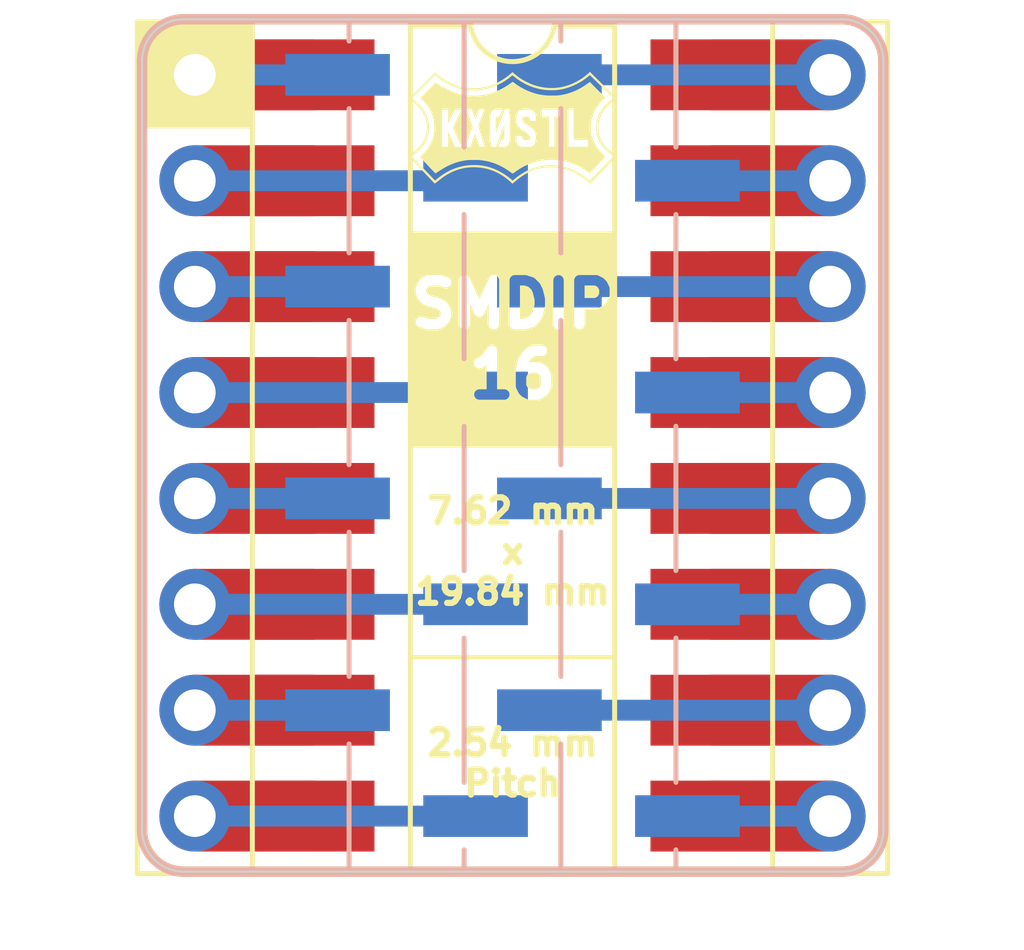
<source format=kicad_pcb>
(kicad_pcb (version 20241229) (generator "pcbnew") (generator_version "9.0")
  (layers (0 "F.Cu" signal) (2 "B.Cu" signal) (13 "F.Paste" user) (15 "B.Paste" user) (5 "F.SilkS" user "F.Silkscreen") (7 "B.SilkS" user "B.Silkscreen") (1 "F.Mask" user) (3 "B.Mask" user) (25 "Edge.Cuts" user))
  (net 0 "")
  (net 1 "/3")
  (net 2 "/6")
  (net 3 "/8")
  (net 4 "/1")
  (net 5 "/7")
  (net 6 "/2")
  (net 7 "/5")
  (net 8 "/4")
  (net 9 "/13")
  (net 10 "/12")
  (net 11 "/9")
  (net 12 "/10")
  (net 13 "/15")
  (net 14 "/11")
  (net 15 "/14")
  (net 16 "/16")
  (footprint "Connector_PinHeader_2.54mm:PinHeader_1x08_P2.54mm_Vertical" (layer "F.Cu") (at 126.995226 88.9)
    (property "Reference" "J101" (hide yes))
    (property "Value" "Conn_01x26")
    (pad "1" thru_hole rect (at 0 0) (size 1.7 1.7) (drill 1) (layers "*.Cu" "*.Mask") (net 4 "/1"))
    (pad "2" thru_hole circle (at 0 2.54) (size 1.7 1.7) (drill 1) (layers "*.Cu" "*.Mask") (net 6 "/2"))
    (pad "3" thru_hole circle (at 0 5.08) (size 1.7 1.7) (drill 1) (layers "*.Cu" "*.Mask") (net 1 "/3"))
    (pad "4" thru_hole circle (at 0 7.62) (size 1.7 1.7) (drill 1) (layers "*.Cu" "*.Mask") (net 8 "/4"))
    (pad "5" thru_hole circle (at 0 10.16) (size 1.7 1.7) (drill 1) (layers "*.Cu" "*.Mask") (net 7 "/5"))
    (pad "6" thru_hole circle (at 0 12.7) (size 1.7 1.7) (drill 1) (layers "*.Cu" "*.Mask") (net 2 "/6"))
    (pad "7" thru_hole circle (at 0 15.24) (size 1.7 1.7) (drill 1) (layers "*.Cu" "*.Mask") (net 5 "/7"))
    (pad "8" thru_hole circle (at 0 17.78) (size 1.7 1.7) (drill 1) (layers "*.Cu" "*.Mask") (net 3 "/8"))
  )
  (footprint "libraries:Logo_5mm_inv" (layer "F.Cu") (at 134.617351 90.17)
    (property "Reference" "G***" (hide yes))
    (property "Value" "LOGO" (hide yes))
  )
  (footprint "Connector_PinHeader_2.54mm:PinHeader_1x08_P2.54mm_Vertical" (layer "F.Cu") (at 142.235226 88.9)
    (property "Reference" "J102" (hide yes))
    (property "Value" "Conn_01x26")
    (pad "1" thru_hole circle (at 0 0) (size 1.7 1.7) (drill 1) (layers "*.Cu" "*.Mask") (net 16 "/16"))
    (pad "2" thru_hole circle (at 0 2.54) (size 1.7 1.7) (drill 1) (layers "*.Cu" "*.Mask") (net 13 "/15"))
    (pad "3" thru_hole circle (at 0 5.079999) (size 1.7 1.7) (drill 1) (layers "*.Cu" "*.Mask") (net 15 "/14"))
    (pad "4" thru_hole circle (at 0 7.62) (size 1.7 1.7) (drill 1) (layers "*.Cu" "*.Mask") (net 9 "/13"))
    (pad "5" thru_hole circle (at 0 10.16) (size 1.7 1.7) (drill 1) (layers "*.Cu" "*.Mask") (net 10 "/12"))
    (pad "6" thru_hole circle (at 0 12.7) (size 1.7 1.7) (drill 1) (layers "*.Cu" "*.Mask") (net 14 "/11"))
    (pad "7" thru_hole circle (at 0 15.24) (size 1.7 1.7) (drill 1) (layers "*.Cu" "*.Mask") (net 12 "/10"))
    (pad "8" thru_hole circle (at 0 17.780001) (size 1.7 1.7) (drill 1) (layers "*.Cu" "*.Mask") (net 11 "/9"))
  )
  (footprint "Package_DIP:SMDIP-16_W7.62mm" (layer "F.Cu") (at 134.615226 97.79)
    (property "Reference" "U101" (hide yes))
    (property "Value" "SOIC-8")
    (pad "1" smd rect (at -4.75 -8.89) (size 2.88 1.7) (layers "F.Cu" "F.Mask" "F.Paste") (net 4 "/1"))
    (pad "2" smd rect (at -4.75 -6.35) (size 2.88 1.7) (layers "F.Cu" "F.Mask" "F.Paste") (net 6 "/2"))
    (pad "3" smd rect (at -4.75 -3.81) (size 2.88 1.7) (layers "F.Cu" "F.Mask" "F.Paste") (net 1 "/3"))
    (pad "4" smd rect (at -4.75 -1.27) (size 2.88 1.7) (layers "F.Cu" "F.Mask" "F.Paste") (net 8 "/4"))
    (pad "5" smd rect (at -4.75 1.27) (size 2.88 1.7) (layers "F.Cu" "F.Mask" "F.Paste") (net 7 "/5"))
    (pad "6" smd rect (at -4.75 3.81) (size 2.88 1.7) (layers "F.Cu" "F.Mask" "F.Paste") (net 2 "/6"))
    (pad "7" smd rect (at -4.75 6.35) (size 2.88 1.7) (layers "F.Cu" "F.Mask" "F.Paste") (net 5 "/7"))
    (pad "8" smd rect (at -4.75 8.89) (size 2.88 1.7) (layers "F.Cu" "F.Mask" "F.Paste") (net 3 "/8"))
    (pad "9" smd rect (at 4.75 8.89) (size 2.88 1.7) (layers "F.Cu" "F.Mask" "F.Paste") (net 11 "/9"))
    (pad "10" smd rect (at 4.75 6.35) (size 2.88 1.7) (layers "F.Cu" "F.Mask" "F.Paste") (net 12 "/10"))
    (pad "11" smd rect (at 4.75 3.81) (size 2.88 1.7) (layers "F.Cu" "F.Mask" "F.Paste") (net 14 "/11"))
    (pad "12" smd rect (at 4.75 1.27) (size 2.88 1.7) (layers "F.Cu" "F.Mask" "F.Paste") (net 10 "/12"))
    (pad "13" smd rect (at 4.75 -1.27) (size 2.88 1.7) (layers "F.Cu" "F.Mask" "F.Paste") (net 9 "/13"))
    (pad "14" smd rect (at 4.75 -3.81) (size 2.88 1.7) (layers "F.Cu" "F.Mask" "F.Paste") (net 15 "/14"))
    (pad "15" smd rect (at 4.75 -6.35) (size 2.88 1.7) (layers "F.Cu" "F.Mask" "F.Paste") (net 13 "/15"))
    (pad "16" smd rect (at 4.75 -8.89) (size 2.88 1.7) (layers "F.Cu" "F.Mask" "F.Paste") (net 16 "/16"))
  )
  (footprint "Connector_PinHeader_2.54mm:PinHeader_1x08_P2.54mm_Vertical_SMD_Pin1Right" (layer "B.Cu") (at 132.075226 97.79 180)
    (property "Reference" "J103" (hide yes))
    (property "Value" "Conn_01x26")
    (pad "1" smd rect (at 1.655 8.89 180) (size 2.51 1) (layers "B.Cu" "B.Mask" "B.Paste") (net 4 "/1"))
    (pad "2" smd rect (at -1.655 6.35 180) (size 2.51 1) (layers "B.Cu" "B.Mask" "B.Paste") (net 6 "/2"))
    (pad "3" smd rect (at 1.655 3.81 180) (size 2.51 1) (layers "B.Cu" "B.Mask" "B.Paste") (net 1 "/3"))
    (pad "4" smd rect (at -1.655 1.27 180) (size 2.51 1) (layers "B.Cu" "B.Mask" "B.Paste") (net 8 "/4"))
    (pad "5" smd rect (at 1.655 -1.27 180) (size 2.51 1) (layers "B.Cu" "B.Mask" "B.Paste") (net 7 "/5"))
    (pad "6" smd rect (at -1.655 -3.81 180) (size 2.51 1) (layers "B.Cu" "B.Mask" "B.Paste") (net 2 "/6"))
    (pad "7" smd rect (at 1.655 -6.35 180) (size 2.51 1) (layers "B.Cu" "B.Mask" "B.Paste") (net 5 "/7"))
    (pad "8" smd rect (at -1.655 -8.89 180) (size 2.51 1) (layers "B.Cu" "B.Mask" "B.Paste") (net 3 "/8"))
  )
  (footprint "Connector_PinHeader_2.54mm:PinHeader_1x08_P2.54mm_Vertical_SMD_Pin1Right" (layer "B.Cu") (at 137.155226 97.79 180)
    (property "Reference" "J104" (hide yes))
    (property "Value" "Conn_01x26")
    (pad "1" smd rect (at 1.655 8.89 180) (size 2.51 1) (layers "B.Cu" "B.Mask" "B.Paste") (net 16 "/16"))
    (pad "2" smd rect (at -1.655 6.35 180) (size 2.51 1) (layers "B.Cu" "B.Mask" "B.Paste") (net 13 "/15"))
    (pad "3" smd rect (at 1.655 3.81 180) (size 2.51 1) (layers "B.Cu" "B.Mask" "B.Paste") (net 15 "/14"))
    (pad "4" smd rect (at -1.655 1.27 180) (size 2.51 1) (layers "B.Cu" "B.Mask" "B.Paste") (net 9 "/13"))
    (pad "5" smd rect (at 1.655 -1.27 180) (size 2.51 1) (layers "B.Cu" "B.Mask" "B.Paste") (net 10 "/12"))
    (pad "6" smd rect (at -1.655 -3.81 180) (size 2.51 1) (layers "B.Cu" "B.Mask" "B.Paste") (net 14 "/11"))
    (pad "7" smd rect (at 1.655 -6.35 180) (size 2.51 1) (layers "B.Cu" "B.Mask" "B.Paste") (net 12 "/10"))
    (pad "8" smd rect (at -1.655 -8.89 180) (size 2.51 1) (layers "B.Cu" "B.Mask" "B.Paste") (net 11 "/9"))
  )
  (gr_arc (start 125.73 88.567547) (mid 126.022893 87.86044) (end 126.73 87.567547) (stroke (width 0.25)) (layer "F.SilkS"))
  (gr_rect (start 132.207 92.71) (end 137.065226 93.599) (stroke (width 0.1)) (fill yes) (layer "F.SilkS"))
  (gr_line (start 132.207 97.79) (end 137.065226 97.79) (stroke (width 0.1)) (layer "F.SilkS"))
  (gr_arc (start 126.73 108.012453) (mid 126.02291 107.719557) (end 125.73 107.012453) (stroke (width 0.25)) (layer "F.SilkS"))
  (gr_line (start 143.51 88.567547) (end 143.51 107.012453) (stroke (width 0.25)) (layer "F.SilkS"))
  (gr_rect (start 132.207 96.774) (end 137.065226 97.79) (stroke (width 0.1)) (fill yes) (layer "F.SilkS"))
  (gr_line (start 132.207 92.71) (end 137.033 92.71) (stroke (width 0.1)) (layer "F.SilkS"))
  (gr_line (start 142.51 108.012453) (end 126.73 108.012453) (stroke (width 0.25)) (layer "F.SilkS"))
  (gr_line (start 126.73 87.567547) (end 142.51 87.567547) (stroke (width 0.25)) (layer "F.SilkS"))
  (gr_line (start 132.207 102.87) (end 137.033 102.87) (stroke (width 0.1)) (layer "F.SilkS"))
  (gr_arc (start 142.51 87.567547) (mid 143.21709 87.860443) (end 143.51 88.567547) (stroke (width 0.25)) (layer "F.SilkS"))
  (gr_arc (start 143.51 107.012453) (mid 143.217107 107.71956) (end 142.51 108.012453) (stroke (width 0.25)) (layer "F.SilkS"))
  (gr_line (start 125.73 107.012453) (end 125.73 88.567547) (stroke (width 0.25)) (layer "F.SilkS"))
  (gr_arc (start 125.73 88.567547) (mid 126.022877 87.86041) (end 126.73 87.567547) (stroke (width 0.25)) (layer "B.SilkS"))
  (gr_line (start 126.73 87.567547) (end 142.51 87.567547) (stroke (width 0.25)) (layer "B.SilkS"))
  (gr_arc (start 142.51 87.567547) (mid 143.21709 87.860443) (end 143.51 88.567547) (stroke (width 0.25)) (layer "B.SilkS"))
  (gr_line (start 142.51 108.012453) (end 126.73 108.012453) (stroke (width 0.25)) (layer "B.SilkS"))
  (gr_line (start 125.73 107.012453) (end 125.73 88.567547) (stroke (width 0.25)) (layer "B.SilkS"))
  (gr_arc (start 143.51 107.012453) (mid 143.217107 107.71956) (end 142.51 108.012453) (stroke (width 0.25)) (layer "B.SilkS"))
  (gr_line (start 143.51 88.567547) (end 143.51 107.012453) (stroke (width 0.25)) (layer "B.SilkS"))
  (gr_arc (start 126.73 108.012453) (mid 126.02291 107.719557) (end 125.73 107.012453) (stroke (width 0.25)) (layer "B.SilkS"))
  (gr_arc (start 142.51 87.567547) (mid 143.217107 87.86044) (end 143.51 88.567547) (stroke (width 0.05)) (layer "Edge.Cuts"))
  (gr_line (start 126.73 87.567547) (end 142.51 87.567547) (stroke (width 0.05)) (layer "Edge.Cuts"))
  (gr_line (start 143.51 88.567547) (end 143.51 107.012453) (stroke (width 0.05)) (layer "Edge.Cuts"))
  (gr_arc (start 126.73 108.012453) (mid 126.022893 107.71956) (end 125.73 107.012453) (stroke (width 0.05)) (layer "Edge.Cuts"))
  (gr_line (start 142.51 108.012453) (end 126.73 108.012453) (stroke (width 0.05)) (layer "Edge.Cuts"))
  (gr_arc (start 143.51 107.012453) (mid 143.217107 107.71956) (end 142.51 108.012453) (stroke (width 0.05)) (layer "Edge.Cuts"))
  (gr_line (start 125.73 107.012453) (end 125.73 88.567547) (stroke (width 0.05)) (layer "Edge.Cuts"))
  (gr_arc (start 125.73 88.567547) (mid 126.022877 87.86041) (end 126.73 87.567547) (stroke (width 0.05)) (layer "Edge.Cuts"))
  (gr_text "SMDIP\n16" (at 134.62 95.25 0) (layer "F.SilkS" knockout) (effects (font (size 1.05 1.05) (thickness 0.25) (bold yes))))
  (gr_text "2.54 mm\nPitch" (at 134.62 105.41 0) (layer "F.SilkS") (effects (font (size 0.6 0.6) (thickness 0.15) (bold yes))))
  (gr_text "7.62 mm\nx\n19.84 mm" (at 134.62 100.33 0) (layer "F.SilkS") (effects (font (size 0.6 0.6) (thickness 0.15) (bold yes))))
  (segment (start 129.805226 93.98) (end 127.075226 93.98) (width 1.7) (layer "F.Cu") (net 1))
  (segment (start 126.995226 93.98) (end 130.420226 93.98) (width 0.5) (layer "B.Cu") (net 1))
  (segment (start 129.805226 101.6) (end 127.075226 101.6) (width 1.7) (layer "F.Cu") (net 2))
  (segment (start 133.730226 101.6) (end 126.995226 101.6) (width 0.5) (layer "B.Cu") (net 2))
  (segment (start 129.805226 106.68) (end 127.075226 106.68) (width 1.7) (layer "F.Cu") (net 3))
  (segment (start 126.995226 106.68) (end 133.730226 106.68) (width 0.5) (layer "B.Cu") (net 3))
  (segment (start 129.805226 88.9) (end 127.075226 88.9) (width 1.7) (layer "F.Cu") (net 4))
  (segment (start 126.995226 88.9) (end 130.420226 88.9) (width 0.5) (layer "B.Cu") (net 4))
  (segment (start 129.805226 104.14) (end 127.075226 104.14) (width 1.7) (layer "F.Cu") (net 5))
  (segment (start 126.995226 104.14) (end 130.420226 104.14) (width 0.5) (layer "B.Cu") (net 5))
  (segment (start 126.995226 91.44) (end 129.805226 91.44) (width 0.5) (layer "F.Cu") (net 6))
  (segment (start 129.805226 91.44) (end 127.075226 91.44) (width 1.7) (layer "F.Cu") (net 6))
  (segment (start 126.995226 91.44) (end 133.730226 91.44) (width 0.5) (layer "B.Cu") (net 6))
  (segment (start 129.805226 99.06) (end 127.075226 99.06) (width 1.7) (layer "F.Cu") (net 7))
  (segment (start 126.995226 99.06) (end 130.420226 99.06) (width 0.5) (layer "B.Cu") (net 7))
  (segment (start 129.805226 96.52) (end 127.075226 96.52) (width 1.7) (layer "F.Cu") (net 8))
  (segment (start 133.730226 96.52) (end 126.995226 96.52) (width 0.5) (layer "B.Cu") (net 8))
  (segment (start 139.425226 96.52) (end 142.155226 96.52) (width 1.7) (layer "F.Cu") (net 9))
  (segment (start 142.235226 96.52) (end 138.810226 96.52) (width 0.5) (layer "B.Cu") (net 9))
  (segment (start 139.425226 99.06) (end 142.155226 99.06) (width 1.7) (layer "F.Cu") (net 10))
  (segment (start 135.500226 99.06) (end 142.235226 99.06) (width 0.5) (layer "B.Cu") (net 10))
  (segment (start 139.425226 106.68) (end 142.155225 106.68) (width 1.7) (layer "F.Cu") (net 11))
  (segment (start 142.155225 106.68) (end 142.155226 106.680001) (width 1.7) (layer "F.Cu") (net 11))
  (segment (start 138.810227 106.680001) (end 138.810226 106.68) (width 0.5) (layer "B.Cu") (net 11))
  (segment (start 142.235226 106.680001) (end 138.810227 106.680001) (width 0.5) (layer "B.Cu") (net 11))
  (segment (start 139.425226 104.14) (end 142.155226 104.14) (width 1.7) (layer "F.Cu") (net 12))
  (segment (start 142.235226 104.14) (end 135.500226 104.14) (width 0.5) (layer "B.Cu") (net 12))
  (segment (start 139.425226 91.44) (end 142.155226 91.44) (width 1.7) (layer "F.Cu") (net 13))
  (segment (start 142.235226 91.44) (end 138.810226 91.44) (width 0.5) (layer "B.Cu") (net 13))
  (segment (start 139.425226 101.6) (end 142.155226 101.6) (width 1.7) (layer "F.Cu") (net 14))
  (segment (start 142.235226 101.6) (end 138.810226 101.6) (width 0.5) (layer "B.Cu") (net 14))
  (segment (start 142.155225 93.98) (end 142.155226 93.979999) (width 1.7) (layer "F.Cu") (net 15))
  (segment (start 139.425226 93.98) (end 142.155225 93.98) (width 1.7) (layer "F.Cu") (net 15))
  (segment (start 135.500226 93.98) (end 142.235226 93.98) (width 0.5) (layer "B.Cu") (net 15))
  (segment (start 139.425226 88.9) (end 142.155226 88.9) (width 1.7) (layer "F.Cu") (net 16))
  (segment (start 142.235226 88.9) (end 135.500226 88.9) (width 0.5) (layer "B.Cu") (net 16))
)
</source>
